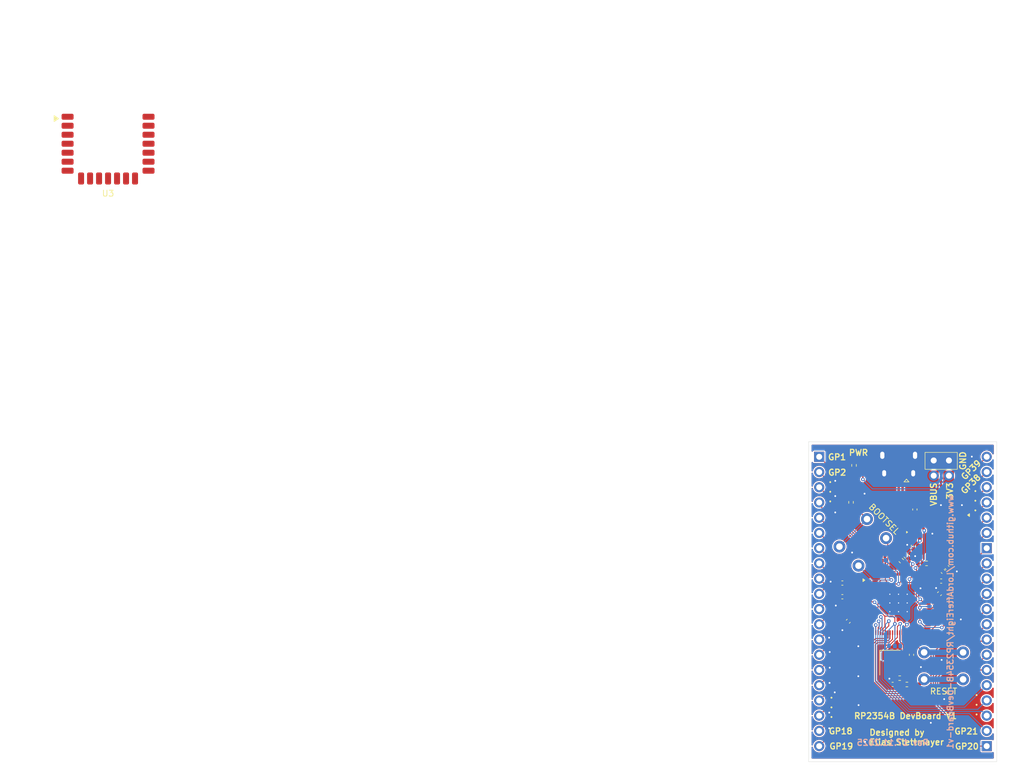
<source format=kicad_pcb>
(kicad_pcb (version 20241229) (generator "pcbnew") (generator_version "9.0")
  (layers (0 "F.Cu" signal) (2 "B.Cu" signal) (13 "F.Paste" user) (15 "B.Paste" user) (5 "F.SilkS" user "F.Silkscreen") (7 "B.SilkS" user "B.Silkscreen") (1 "F.Mask" user) (3 "B.Mask" user) (25 "Edge.Cuts" user))
  (net 0 "")
  (net 1 "GND")
  (net 2 "VBUS")
  (net 3 "+3V3")
  (net 4 "Net-(U1-VREG_AVDD)")
  (net 5 "+1V1")
  (net 6 "DATA-")
  (net 7 "DATA+")
  (net 9 "Net-(U1-VREG_LX)")
  (net 10 "Net-(U1-USB_DP)")
  (net 11 "Net-(U1-USB_DM)")
  (net 12 "Net-(BOOTSEL1-Pad1)")
  (net 13 "Net-(U1-QSPI_SS)")
  (net 15 "Net-(GPIO_0-19-Pin_10)")
  (net 16 "Net-(GPIO_0-19-Pin_14)")
  (net 17 "Net-(GPIO_0-19-Pin_19)")
  (net 18 "Net-(GPIO_0-19-Pin_3)")
  (net 19 "Net-(GPIO_0-19-Pin_6)")
  (net 20 "Net-(GPIO_0-19-Pin_2)")
  (net 21 "Net-(GPIO_0-19-Pin_20)")
  (net 22 "Net-(GPIO_0-19-Pin_9)")
  (net 23 "Net-(GPIO_0-19-Pin_16)")
  (net 24 "Net-(GPIO_0-19-Pin_1)")
  (net 25 "Net-(GPIO_0-19-Pin_4)")
  (net 26 "Net-(GPIO_0-19-Pin_7)")
  (net 27 "Net-(GPIO_0-19-Pin_5)")
  (net 28 "Net-(GPIO_0-19-Pin_8)")
  (net 30 "Net-(GPIO_0-19-Pin_13)")
  (net 31 "Net-(GPIO_0-19-Pin_15)")
  (net 32 "Net-(GPIO_0-19-Pin_17)")
  (net 33 "Net-(GPIO_0-19-Pin_12)")
  (net 35 "Net-(GPIO_0-19-Pin_18)")
  (net 36 "Net-(GPIO_0-19-Pin_11)")
  (net 37 "Net-(GPIO_20-32-Pin_10)")
  (net 38 "Net-(GPIO_20-32-Pin_12)")
  (net 39 "Net-(GPIO_20-32-Pin_5)")
  (net 40 "Net-(GPIO_20-32-Pin_13)")
  (net 41 "Net-(GPIO_20-32-Pin_8)")
  (net 42 "Net-(GPIO_20-32-Pin_9)")
  (net 43 "Net-(GPIO_20-32-Pin_6)")
  (net 44 "Net-(GPIO_20-32-Pin_7)")
  (net 45 "Net-(GPIO_20-32-Pin_11)")
  (net 46 "Net-(GPIO_20-32-Pin_3)")
  (net 47 "Net-(GPIO_20-32-Pin_1)")
  (net 48 "Net-(GPIO_20-32-Pin_4)")
  (net 49 "Net-(GPIO_20-32-Pin_2)")
  (net 50 "Net-(GPIO_33-39-Pin_6)")
  (net 53 "Net-(U1-XIN)")
  (net 54 "Net-(C17-Pad2)")
  (net 55 "Net-(GPIO_33-39-Pin_1)")
  (net 56 "Net-(GPIO_33-39-Pin_3)")
  (net 57 "Net-(GPIO_33-39-Pin_2)")
  (net 58 "Net-(GPIO_33-39-Pin_5)")
  (net 59 "Net-(GPIO_33-39-Pin_4)")
  (net 60 "Net-(GPIO_33-39-Pin_7)")
  (net 61 "Net-(PWR1-K)")
  (net 62 "Net-(R6-Pad2)")
  (net 63 "Net-(U1-XOUT)")
  (net 64 "Net-(U1-RUN)")
  (footprint "Package_TO_SOT_SMD:SOT-223-3_TabPin2" (layer "F.Cu") (at 158.0896 89.052001 -90)
    (property "Reference" "U2" (hide yes))
    (property "Value" "NCP1117-3.3_SOT223")
  )
  (footprint "Capacitor_SMD:C_0402_1005Metric_Pad0.74x0.62mm_HandSolder" (layer "F.Cu") (at 158.7921 104.3686)
    (property "Reference" "C12" (hide yes))
    (property "Value" "100nF")
  )
  (footprint "Capacitor_SMD:C_0402_1005Metric_Pad0.74x0.62mm_HandSolder" (layer "F.Cu") (at 148.9 114.17)
    (property "Reference" "C17" (hide yes))
    (property "Value" "10pF")
  )
  (footprint "Capacitor_SMD:C_0402_1005Metric_Pad0.74x0.62mm_HandSolder" (layer "F.Cu") (at 140.5128 97.2566 180)
    (property "Reference" "C10" (hide yes))
    (property "Value" "100nF")
  )
  (footprint "Capacitor_SMD:C_0402_1005Metric_Pad0.74x0.62mm_HandSolder" (layer "F.Cu") (at 157.988 94.6658 -45)
    (property "Reference" "C2" (hide yes))
    (property "Value" "10uF")
  )
  (footprint "Button_Switch_THT:SW_PUSH_6mm_H8mm" (layer "F.Cu") (at 140.027313 91.181907 45)
    (property "Reference" "BOOTSEL")
    (property "Value" "SW_Push")
  )
  (footprint "Connector_PinHeader_2.54mm:PinHeader_1x02_P2.54mm_Vertical" (layer "F.Cu") (at 158.2928 76.8096)
    (property "Reference" "VSYS1" (hide yes))
    (property "Value" "Conn_01x02_Pin")
  )
  (footprint "Inductor_SMD:L_Coilcraft_0805HQ_2012Metric" (layer "F.Cu") (at 152.5524 87.884 90)
    (property "Reference" "L1" (hide yes))
    (property "Value" "L_Small")
  )
  (footprint "Connector_USB:USB_Micro-B_Amphenol_10103594-0001LF_Horizontal" (layer "F.Cu") (at 149.8854 77.0636 180)
    (property "Reference" "J1" (hide yes))
    (property "Value" "USB_B_Micro")
  )
  (footprint "Capacitor_SMD:C_0402_1005Metric_Pad0.74x0.62mm_HandSolder" (layer "F.Cu") (at 141.5 103.63 -135)
    (property "Reference" "C9" (hide yes))
    (property "Value" "100nF")
  )
  (footprint "Capacitor_SMD:C_0402_1005Metric_Pad0.74x0.62mm_HandSolder" (layer "F.Cu") (at 156.72 99.04 45)
    (property "Reference" "C7" (hide yes))
    (property "Value" "4.7µF")
  )
  (footprint "Resistor_SMD:R_0402_1005Metric_Pad0.72x0.64mm_HandSolder" (layer "F.Cu") (at 151.18829 92.764847 135)
    (property "Reference" "R3" (hide yes))
    (property "Value" "27Ohm")
  )
  (footprint "Button_Switch_THT:SW_PUSH_6mm_H8mm" (layer "F.Cu") (at 160.6538 113.3242 180)
    (property "Reference" "RESET")
    (property "Value" "SW_Push")
  )
  (footprint "Resistor_SMD:R_0402_1005Metric_Pad0.72x0.64mm_HandSolder" (layer "F.Cu") (at 154.559 93.98 180)
    (property "Reference" "R1" (hide yes))
    (property "Value" "33Ohm")
  )
  (footprint "Capacitor_SMD:C_0402_1005Metric_Pad0.74x0.62mm_HandSolder" (layer "F.Cu") (at 157.3276 95.3262 -45)
    (property "Reference" "C3" (hide yes))
    (property "Value" "4.7µF")
  )
  (footprint "RF_Module:RMC20452T" (layer "F.Cu") (at 18.025 22.025)
    (property "Reference" "U3")
    (property "Value" "<value>")
  )
  (footprint "Connector_PinHeader_2.54mm:PinHeader_1x02_P2.54mm_Vertical" (layer "F.Cu") (at 155.7528 76.8096)
    (property "Reference" "VBUS1" (hide yes))
    (property "Value" "Conn_01x02_Pin")
  )
  (footprint "Capacitor_SMD:C_0402_1005Metric_Pad0.74x0.62mm_HandSolder" (layer "F.Cu") (at 152.61 84.99 -90)
    (property "Reference" "C1" (hide yes))
    (property "Value" "10uF")
  )
  (footprint "Resistor_SMD:R_0402_1005Metric_Pad0.72x0.64mm_HandSolder" (layer "F.Cu") (at 150.08 113.12)
    (property "Reference" "R4" (hide yes))
    (property "Value" "1kOhm")
  )
  (footprint "Capacitor_SMD:C_0402_1005Metric_Pad0.74x0.62mm_HandSolder" (layer "F.Cu") (at 152.05 109.23 -90)
    (property "Reference" "C6" (hide yes))
    (property "Value" "100nF")
  )
  (footprint "Capacitor_SMD:C_0402_1005Metric_Pad0.74x0.62mm_HandSolder" (layer "F.Cu") (at 152.3746 91.0336 90)
    (property "Reference" "C4" (hide yes))
    (property "Value" "4.7µF")
  )
  (footprint "Crystal:Crystal_SMD_Abracon_ABM8G-4Pin_3.2x2.5mm" (layer "F.Cu") (at 148.463 110.5408 -90)
    (property "Reference" "Y2" (hide yes))
    (property "Value" "12MHz")
  )
  (footprint "Resistor_SMD:R_0402_1005Metric_Pad0.72x0.64mm_HandSolder" (layer "F.Cu") (at 151.28 114.18)
    (property "Reference" "R6" (hide yes))
    (property "Value" "1kOhm")
  )
  (footprint "Package_DFN_QFN:QFN-80-1EP_10x10mm_P0.4mm_EP3.4x3.4mm_ThermalVias" (layer "F.Cu") (at 149.8854 100.5818)
    (property "Reference" "U1" (hide yes))
    (property "Value" "RP2350_80QFN")
  )
  (footprint "Resistor_SMD:R_0402_1005Metric_Pad0.72x0.64mm_HandSolder" (layer "F.Cu") (at 142.46 77.63 90)
    (property "Reference" "R7" (hide yes))
    (property "Value" "100Ohm")
  )
  (footprint "Capacitor_SMD:C_0402_1005Metric_Pad0.74x0.62mm_HandSolder" (layer "F.Cu") (at 156.9974 96.9264)
    (property "Reference" "C14" (hide yes))
    (property "Value" "100nF")
  )
  (footprint "Resistor_SMD:R_0402_1005Metric_Pad0.72x0.64mm_HandSolder" (layer "F.Cu") (at 150.3426 93.5228 135)
    (property "Reference" "R2" (hide yes))
    (property "Value" "27Ohm")
  )
  (footprint "Capacitor_SMD:C_0402_1005Metric_Pad0.74x0.62mm_HandSolder" (layer "F.Cu") (at 140.5128 99.5426 180)
    (property "Reference" "C5" (hide yes))
    (property "Value" "4.7µF")
  )
  (footprint "LED_SMD:LED_0603_1608Metric" (layer "F.Cu") (at 143.94 77.82 -90)
    (property "Reference" "PWR")
    (property "Value" "LED")
  )
  (footprint "Resistor_SMD:R_0402_1005Metric_Pad0.72x0.64mm_HandSolder" (layer "F.Cu") (at 141.9606 83.7946 -90)
    (property "Reference" "R5" (hide yes))
    (property "Value" "1kOhm")
  )
  (footprint "Capacitor_SMD:C_0402_1005Metric_Pad0.74x0.62mm_HandSolder" (layer "B.Cu") (at 149.2758 108.3564 -90)
    (property "Reference" "C11" (hide yes))
    (property "Value" "100nF")
  )
  (footprint "Capacitor_SMD:C_0402_1005Metric_Pad0.74x0.62mm_HandSolder" (layer "B.Cu") (at 155.62 101.1682)
    (property "Reference" "C15" (hide yes))
    (property "Value" "100nF")
  )
  (footprint "Capacitor_SMD:C_0402_1005Metric_Pad0.74x0.62mm_HandSolder" (layer "B.Cu") (at 148.2852 108.3223 -90)
    (property "Reference" "C16" (hide yes))
    (property "Value" "100nF")
  )
  (footprint "Capacitor_SMD:C_0402_1005Metric_Pad0.74x0.62mm_HandSolder" (layer "B.Cu") (at 150.1902 108.3564 90)
    (property "Reference" "C8" (hide yes))
    (property "Value" "10pF")
  )
  (footprint "Connector_PinHeader_2.54mm:PinHeader_1x07_P2.54mm_Vertical" (layer "B.Cu") (at 164.592 91.44)
    (property "Reference" "GPIO_33-39" (hide yes))
    (property "Value" "Conn_01x07_Pin")
  )
  (footprint "Connector_PinHeader_2.54mm:PinHeader_1x13_P2.54mm_Vertical" (layer "B.Cu") (at 164.592 124.459999)
    (property "Reference" "GPIO_20-32" (hide yes))
    (property "Value" "Conn_01x13_Pin")
  )
  (footprint "Connector_PinHeader_2.54mm:PinHeader_1x20_P2.54mm_Vertical" (layer "B.Cu") (at 136.652 76.2 180)
    (property "Reference" "GPIO_0-19" (hide yes))
    (property "Value" "Conn_01x20_Pin")
  )
  (footprint "Capacitor_SMD:C_0402_1005Metric_Pad0.74x0.62mm_HandSolder" (layer "B.Cu") (at 147.701 92.8624 90)
    (property "Reference" "C13" (hide yes))
    (property "Value" "100nF")
  )
  (gr_rect (start 154.305 75.4634) (end 159.6898 78.2828) (stroke (width 0.1)) (fill no) (layer "F.SilkS"))
  (gr_rect (start 134.874 73.6854) (end 166.2684 127.0508) (stroke (width 0.05)) (fill no) (layer "Edge.Cuts"))
  (gr_text "GP20" (at 159.2072 125.095 0) (layer "F.SilkS") (effects (font (size 1 1) (thickness 0.2) (bold yes)) (justify left bottom)))
  (gr_text "GND" (at 161.2138 78.5114 90) (layer "F.SilkS") (effects (font (size 1 1) (thickness 0.2) (bold yes)) (justify left bottom)))
  (gr_text "GP2" (at 138.049 79.4004 0) (layer "F.SilkS") (effects (font (size 1 1) (thickness 0.2) (bold yes)) (justify left bottom)))
  (gr_text "GP1" (at 138.0236 76.835 0) (layer "F.SilkS") (effects (font (size 1 1) (thickness 0.2) (bold yes)) (justify left bottom)))
  (gr_text ".\n.\n." (at 138.3284 119.7864 0) (layer "F.SilkS") (effects (font (size 1 1) (thickness 0.2) (bold yes)) (justify left bottom)))
  (gr_text ".\n.\n." (at 162.3314 85.3186 0) (layer "F.SilkS") (effects (font (size 1 1) (thickness 0.2) (bold yes)) (justify left bottom)))
  (gr_text "3V3" (at 159.0294 83.4136 90) (layer "F.SilkS") (effects (font (size 1 1) (thickness 0.2) (bold yes)) (justify left bottom)))
  (gr_text ".\n.\n." (at 138.1252 83.82 0) (layer "F.SilkS") (effects (font (size 1 1) (thickness 0.2) (bold yes)) (justify left bottom)))
  (gr_text "GP21" (at 159.1056 122.5804 0) (layer "F.SilkS") (effects (font (size 1 1) (thickness 0.2) (bold yes)) (justify left bottom)))
  (gr_text "GP39" (at 160.9344 80.2894 45) (layer "F.SilkS") (effects (font (size 1 1) (thickness 0.2) (bold yes)) (justify left bottom)))
  (gr_text "VBUS" (at 156.337 84.5312 90) (layer "F.SilkS") (effects (font (size 1 1) (thickness 0.2) (bold yes)) (justify left bottom)))
  (gr_text "RP2354B DevBoard V1" (at 142.367 120.015 0) (layer "F.SilkS") (effects (font (size 1 1) (thickness 0.2) (bold yes)) (justify left bottom)))
  (gr_text "GP38" (at 160.8836 82.6516 45) (layer "F.SilkS") (effects (font (size 1 1) (thickness 0.2) (bold yes)) (justify left bottom)))
  (gr_text "GP19" (at 138.2522 125.0696 0) (layer "F.SilkS") (effects (font (size 1 1) (thickness 0.2) (bold yes)) (justify left bottom)))
  (gr_text ".\n.\n." (at 162.5346 119.3546 0) (layer "F.SilkS") (effects (font (size 1 1) (thickness 0.2) (bold yes)) (justify left bottom)))
  (gr_text "GP18" (at 138.1506 122.555 0) (layer "F.SilkS") (effects (font (size 1 1) (thickness 0.2) (bold yes)) (justify left bottom)))
  (gr_text "Designed by\nElias Stettmayer" (at 144.92 124.38 0) (layer "F.SilkS") (effects (font (size 1 1) (thickness 0.2) (bold yes)) (justify left bottom)))
  (gr_text "Rev 17.11.2025" (at 155.02 124.47 0) (layer "B.SilkS") (effects (font (size 1 1) (thickness 0.2) (bold yes)) (justify left bottom mirror)))
  (gr_text "www.github.com/LordAfterEight/RP2354B-DevBoard-v1" (at 159.11 82.42 90) (layer "B.SilkS") (effects (font (size 1 1) (thickness 0.2)) (justify left bottom mirror)))
  (segment (start 141.088717 104.031283) (end 140.52 104.6) (width 0.2) (layer "F.Cu") (net 1))
  (segment (start 153.2854 94.103773) (end 153.2854 95.6318) (width 0.2) (layer "F.Cu") (net 1))
  (segment (start 139.9453 97.2566) (end 138.7856 97.2566) (width 0.15) (layer "F.Cu") (net 1))
  (segment (start 141.098717 104.031283) (end 141.088717 104.031283) (width 0.2) (layer "F.Cu") (net 1))
  (segment (start 151.1404 75.9486) (end 150.8704 75.6786) (width 0.15) (layer "F.Cu") (net 1))
  (segment (start 139.9453 99.5426) (end 139.9453 100.4911) (width 0.15) (layer "F.Cu") (net 1))
  (segment (start 152.6404 75.9486) (end 151.1404 75.9486) (width 1.5) (layer "F.Cu") (net 1))
  (segment (start 140.52 104.6) (end 140.52 105.12) (width 0.2) (layer "F.Cu") (net 1))
  (segment (start 138.7856 97.2566) (end 138.557 97.028) (width 0.15) (layer "F.Cu") (net 1))
  (segment (start 139.9453 100.4911) (end 139.4206 101.0158) (width 0.15) (layer "F.Cu") (net 1))
  (via (at 138.303 106.3752) (size 0.6) (drill 0.3) (layers "F.Cu" "B.Cu") (net 1))
  (via (at 162.11 76.17) (size 0.6) (drill 0.3) (layers "F.Cu" "B.Cu") (net 1))
  (via (at 142.14 92.17) (size 0.6) (drill 0.3) (layers "F.Cu" "B.Cu") (net 1))
  (via (at 159.61 95.32) (size 0.6) (drill 0.3) (layers "F.Cu" "B.Cu") (net 1))
  (via (at 139.4206 101.0158) (size 0.6) (drill 0.3) (layers "F.Cu" "B.Cu") (net 1))
  (via (at 156.15 98.09) (size 0.6) (drill 0.3) (layers "F.Cu" "B.Cu") (net 1))
  (via (at 140.52 105.12) (size 0.6) (drill 0.3) (layers "F.Cu" "B.Cu") (net 1))
  (via (at 139.2428 115.4938) (size 0.6) (drill 0.3) (layers "F.Cu" "B.Cu") (net 1))
  (via (at 155.2702 120.5738) (size 0.6) (drill 0.3) (layers "F.Cu" "B.Cu") (net 1))
  (via (at 138.557 97.028) (size 0.6) (drill 0.3) (layers "F.Cu" "B.Cu") (net 1))
  (via (at 138.3792 113.919) (size 0.6) (drill 0.3) (layers "F.Cu" "B.Cu") (net 1))
  (via (at 156.96 84.26) (size 0.6) (drill 0.3) (layers "F.Cu" "B.Cu") (net 1))
  (via (at 138.4046 111.379) (size 0.6) (drill 0.3) (layers "F.Cu" "B.Cu") (net 1))
  (via (at 153.55 98.14) (size 0.6) (drill 0.3) (layers "F.Cu" "B.Cu") (net 1))
  (via (at 143.1798 112.8014) (size 0.6) (drill 0.3) (layers "F.Cu" "B.Cu") (net 1))
  (via (at 139.33 85.48) (size 0.6) (drill 0.3) (layers "F.Cu" "B.Cu") (net 1))
  (via (at 152.66 92.77) (size 0.6) (drill 0.3) (layers "F.Cu" "B.Cu") (net 1))
  (via (at 151.3332 90.8812) (size 0.6) (drill 0.3) (layers "F.Cu" "B.Cu") (net 1))
  (via (at 139.33 82.75) (size 0.6) (drill 0.3) (layers "F.Cu" "B.Cu") (net 1))
  (via (at 157.5 116.62) (size 0.6) (drill 0.3) (layers "F.Cu" "B.Cu") (net 1))
  (via (at 144.31 123.74) (size 0.6) (drill 0.3) (layers "F.Cu" "B.Cu") (net 1))
  (via (at 143.1798 107.7976) (size 0.6) (drill 0.3) (layers "F.Cu" "B.Cu") (net 1))
  (via (at 138.3284 121.4882) (size 0.6) (drill 0.3) (layers "F.Cu" "B.Cu") (net 1))
  (via (at 138.4046 108.7628) (size 0.6) (drill 0.3) (layers "F.Cu" "B.Cu") (net 1))
  (via (at 160.46 84.26) (size 0.6) (drill 0.3) (layers "F.Cu" "B.Cu") (net 1))
  (via (at 143.22 117.62) (size 0.6) (drill 0.3) (layers "F.Cu" "B.Cu") (net 1))
  (via (at 160.274 103.3272) (size 0.6) (drill 0.3) (layers "F.Cu" "B.Cu") (net 1))
  (via (at 144.22 82.35) (size 0.6) (drill 0.3) (layers "F.Cu" "B.Cu") (net 1))
  (via (at 148.3614 113.2078) (size 0.6) (drill 0.3) (layers "F.Cu" "B.Cu") (net 1))
  (via (at 155.53 89.02) (size 0.6) (drill 0.3) (layers "F.Cu" "B.Cu") (net 1))
  (via (at 157.0736 110.0836) (size 0.6) (drill 0.3) (layers "F.Cu" "B.Cu") (net 1))
  (via (at 139.33 80.21) (size 0.6) (drill 0.3) (layers "F.Cu" "B.Cu") (net 1))
  (via (at 138.3284 118.872) (size 0.6) (drill 0.3) (layers "F.Cu" "B.Cu") (net 1))
  (via (at 153.6192 111.2774) (size 0.6) (drill 0.3) (layers "F.Cu" "B.Cu") (net 1))
  (segment (start 147.2854 104.864365) (end 147.5994 104.550365) (width 0.15) (layer "F.Cu") (net 3))
  (segment (start 144.9354 98.3818) (end 146.4488 98.3818) (width 0.15) (layer "F.Cu") (net 3))
  (segment (start 146.674498 101.854) (end 146.4564 101.854) (width 0.15) (layer "F.Cu") (net 3))
  (segment (start 146.4564 101.854) (end 146.4564 98.3742) (width 0.15) (layer "F.Cu") (net 3))
  (segment (start 147.5994 102.778902) (end 148.930702 102.778902) (width 0.15) (layer "F.Cu") (net 3))
  (segment (start 154.8354 100.7818) (end 153.4468 100.7818) (width 0.15) (layer "F.Cu") (net 3))
  (segment (start 153.4414 100.7872) (end 152.8572 100.203) (width 0.15) (layer "F.Cu") (net 3))
  (segment (start 150.4854 95.6318) (end 150.4854 96.7644) (width 0.15) (layer "F.Cu") (net 3))
  (segment (start 144.920717 102.367117) (end 144.9354 102.3818) (width 0.15) (layer "F.Cu") (net 3))
  (segment (start 147.2854 105.5318) (end 147.2854 104.864365) (width 0.15) (layer "F.Cu") (net 3))
  (segment (start 152.4854 95.6318) (end 152.4854 96.7656) (width 0.15) (layer "F.Cu") (net 3))
  (segment (start 146.4564 98.3742) (end 146.4564 97.282) (width 0.15) (layer "F.Cu") (net 3))
  (segment (start 150.876 96.7818) (end 151.2746 97.1804) (width 0.15) (layer "F.Cu") (net 3))
  (segment (start 144.9354 102.3818) (end 145.9286 102.3818) (width 0.15) (layer "F.Cu") (net 3))
  (segment (start 144.9354 98.3818) (end 143.277388 98.3818) (width 0.15) (layer "F.Cu") (net 3))
  (segment (start 152.103 97.1804) (end 152.5016 96.7818) (width 0.15) (layer "F.Cu") (net 3))
  (segment (start 143.277388 98.3818) (end 142.152188 97.2566) (width 0.15) (layer "F.Cu") (net 3))
  (segment (start 157.404174 104.3686) (end 157.099187 104.673587) (width 0.15) (layer "F.Cu") (net 3))
  (segment (start 146.4564 97.282) (end 146.9644 96.774) (width 0.15) (layer "F.Cu") (net 3))
  (segment (start 149.2854 104.1558) (end 149.2854 105.5318) (width 0.15) (layer "F.Cu") (net 3))
  (segment (start 143.94 79.96) (end 143.94 78.607501) (width 0.2) (layer "F.Cu") (net 3))
  (segment (start 152.4854 96.7656) (end 152.5016 96.7818) (width 0.15) (layer "F.Cu") (net 3))
  (segment (start 154.115 104.3818) (end 153.4414 103.7082) (width 0.15) (layer "F.Cu") (net 3))
  (segment (start 152.5016 96.7818) (end 152.8572 96.7818) (width 0.15) (layer "F.Cu") (net 3))
  (segment (start 145.9286 102.3818) (end 146.4564 101.854) (width 0.15) (layer "F.Cu") (net 3))
  (segment (start 144.9298 102.3874) (end 144.9354 102.3818) (width 0.15) (layer "F.Cu") (net 3))
  (segment (start 149.2758 104.0638) (end 149.2758 104.1462) (width 0.15) (layer "F.Cu") (net 3))
  (segment (start 146.4488 98.3818) (end 146.4564 98.3742) (width 0.15) (layer "F.Cu") (net 3))
  (segment (start 148.336 97.409) (end 149.8756 97.409) (width 0.15) (layer "F.Cu") (net 3))
  (segment (start 151.2746 97.1804) (end 152.103 97.1804) (width 0.15) (layer "F.Cu") (net 3))
  (segment (start 150.5028 96.7818) (end 150.876 96.7818) (width 0.15) (layer "F.Cu") (net 3))
  (segment (start 153.4414 103.7082) (end 153.4414 100.7872) (width 0.15) (layer "F.Cu") (net 3))
  (segment (start 147.5994 104.550365) (end 147.5994 102.778902) (width 0.15) (layer "F.Cu") (net 3))
  (segment (start 148.930702 102.778902) (end 149.2758 103.124) (width 0.15) (layer "F.Cu") (net 3))
  (segment (start 153.4468 100.7818) (end 153.4414 100.7872) (width 0.15) (layer "F.Cu") (net 3))
  (segment (start 150.4854 96.7644) (end 150.5028 96.7818) (width 0.15) (layer "F.Cu") (net 3))
  (segment (start 142.7482 102.3818) (end 143.2957 102.3818) (width 0.15) (layer "F.Cu") (net 3))
  (segment (start 158.2246 104.3686) (end 157.404174 104.3686) (width 0.15) (layer "F.Cu") (net 3))
  (segment (start 149.8756 97.409) (end 150.5028 96.7818) (width 0.15) (layer "F.Cu") (net 3))
  (segment (start 149.2758 103.124) (end 149.2758 104.0638) (width 0.15) (layer "F.Cu") (net 3))
  (segment (start 141.901283 103.228717) (end 142.7482 102.3818) (width 0.15) (layer "F.Cu") (net 3))
  (segment (start 146.9644 96.774) (end 147.6698 96.774) (width 0.15) (layer "F.Cu") (net 3))
  (segment (start 152.8572 96.7818) (end 154.8354 96.7818) (width 0.15) (layer "F.Cu") (net 3))
  (segment (start 152.8572 100.203) (end 152.8572 96.7818) (width 0.15) (layer "F.Cu") (net 3))
  (segment (start 154.8354 104.3818) (end 154.115 104.3818) (width 0.15) (layer "F.Cu") (net 3))
  (segment (start 150.8854 96.7724) (end 150.876 96.7818) (width 0.15) (layer "F.Cu") (net 3))
  (segment (start 147.6854 96.7584) (end 148.336 97.409) (width 0.15) (layer "F.Cu") (net 3))
  (segment (start 147.6854 95.6318) (end 147.6854 96.7584) (width 0.15) (layer "F.Cu") (net 3))
  (segment (start 142.152188 97.2566) (end 141.0803 97.2566) (width 0.15) (layer "F.Cu") (net 3))
  (segment (start 149.2758 104.1462) (end 149.2854 104.1558) (width 0.15) (layer "F.Cu") (net 3))
  (segment (start 150.8854 95.6318) (end 150.8854 96.7724) (width 0.15) (layer "F.Cu") (net 3))
  (segment (start 144.9354 102.3818) (end 143.2957 102.3818) (width 0.15) (layer "F.Cu") (net 3))
  (segment (start 147.5994 102.778902) (end 146.674498 101.854) (width 0.15) (layer "F.Cu") (net 3))
  (segment (start 147.6698 96.774) (end 147.6854 96.7584) (width 0.15) (layer "F.Cu") (net 3))
  (via (at 149.2758 104.0638) (size 0.6) (drill 0.3) (layers "F.Cu" "B.Cu") (net 3))
  (via (at 157.099187 104.673587) (size 0.6) (drill 0.3) (layers "F.Cu" "B.Cu") (net 3))
  (via (at 143.94 79.96) (size 0.6) (drill 0.3) (layers "F.Cu" "B.Cu") (net 3))
  (via (at 153.4414 103.7082) (size 0.6) (drill 0.3) (layers "F.Cu" "B.Cu") (net 3))
  (via (at 149.8756 97.409) (size 0.6) (drill 0.3) (layers "F.Cu" "B.Cu") (net 3))
  (via (at 153.4414 101.3714) (size 0.6) (drill 0.3) (layers "F.Cu" "B.Cu") (net 3))
  (segment (start 149.2758 104.0638) (end 149.2758 107.7889) (width 0.15) (layer "B.Cu") (net 3))
  (segment (start 156.0924 81.55) (end 158.2928 79.3496) (width 0.2) (layer "B.Cu") (net 3))
  (segment (start 155.0525 101.1682) (end 153.6446 101.1682) (width 0.15) (layer "B.Cu") (net 3))
  (segment (start 145.53 81.55) (end 156.0924 81.55) (width 0.2) (layer "B.Cu") (net 3))
  (segment (start 143.94 79.96) (end 145.53 81.55) (width 0.2) (layer "B.Cu") (net 3))
  (segment (start 157.099187 104.673587) (end 154.406787 104.673587) (width 0.15) (layer "B.Cu") (net 3))
  (segment (start 149.8756 95.6045) (end 147.701 93.4299) (width 0.15) (layer "B.Cu") (net 3))
  (segment (start 154.406787 104.673587) (end 153.4414 103.7082) (width 0.15) (layer "B.Cu") (net 3))
  (segment (start 149.8756 97.409) (end 149.8756 95.6045) (width 0.15) (layer "B.Cu") (net 3))
  (segment (start 153.6446 101.1682) (end 153.4414 101.3714) (width 0.15) (layer "B.Cu") (net 3))
  (segment (start 148.2852 107.7548) (end 148.2852 105.0544) (width 0.15) (layer "B.Cu") (net 3))
  (segment (start 148.2852 105.0544) (end 149.2758 104.0638) (width 0.15) (layer "B.Cu") (net 3))
  (segment (start 153.6854 95.6318) (end 153.6854 92.6579) (width 0.15) (layer "F.Cu") (net 4))
  (segment (start 152.6286 91.6011) (end 152.3746 91.6011) (width 0.15) (layer "F.Cu") (net 4))
  (segment (start 153.6854 92.6579) (end 152.6286 91.6011) (width 0.15) (layer "F.Cu") (net 4))
  (segment (start 141.9195 100.3818) (end 141.0803 99.5426) (width 0.15) (layer "F.Cu") (net 5))
  (segment (start 144.9354 100.3818) (end 141.9195 100.3818) (width 0.15) (layer "F.Cu") (net 5))
  (segment (start 155.3782 100.3818) (end 156.318717 99.441283) (width 0.15) (layer "F.Cu") (net 5))
  (segment (start 152.0854 96.2342) (end 151.7142 96.6054) (width 0.15) (layer "F.Cu") (net 5))
  (segment (start 152.1714 108.520411) (end 150.4854 106.834412) (width 0.15) (layer "F.Cu") (net 5))
  (segment (start 144.9354 100.3818) (end 145.8062 100.3818) (width 0.15) (layer "F.Cu") (net 5))
  (segment (start 152.0854 95.6318) (end 152.0854 96.2342) (width 0.15) (layer "F.Cu") (net 5))
  (segment (start 145.8062 100.3818) (end 145.8814 100.457) (width 0.15) (layer "F.Cu") (net 5))
  (segment (start 144.9344 100.3808) (end 144.9354 100.3818) (width 0.15) (layer "F.Cu") (net 5))
  (segment (start 150.4854 104.9878) (end 150.4854 105.5318) (width 0.15) (layer "F.Cu") (net 5))
  (segment (start 154.8354 100.3818) (end 153.925 100.3818) (width 0.15) (layer "F.Cu") (net 5))
  (segment (start 152.5524 88.9508) (end 152.5524 88.774) (width 0.15) (layer "F.Cu") (net 5))
  (segment (start 152.9588 88.4428) (end 152.5524 88.4428) (width 0.15) (layer "F.Cu") (net 5))
  (segment (start 151.2824 104.1908) (end 150.4854 104.9878) (width 0.15) (layer "F.Cu") (net 5))
  (segment (start 152.1714 108.6779) (end 152.1714 108.520411) (width 0.15) (layer "F.Cu") (net 5))
  (segment (start 152.0854 94.265522) (end 152.0854 95.6318) (width 0.15) (layer "F.Cu") (net 5))
  (segment (start 154.8354 100.3818) (end 155.3782 100.3818) (width 0.15) (layer "F.Cu") (net 5))
  (segment (start 152.260399 94.090523) (end 152.0854 94.265522) (width 0.15) (layer "F.Cu") (net 5))
  (segment (start 153.925 100.3818) (end 153.5176 99.9744) (width 0.15) (layer "F.Cu") (net 5))
  (segment (start 150.4854 106.834412) (end 150.4854 105.5318) (width 0.15) (layer "F.Cu") (net 5))
  (via (at 151.7142 96.6054) (size 0.6) (drill 0.3) (layers "F.Cu" "B.Cu") (net 5))
  (via (at 152.260399 94.090523) (size 0.6) (drill 0.3) (layers "F.Cu" "B.Cu") (net 5))
  (via (at 145.8814 100.457) (size 0.6) (drill 0.3) (layers "F.Cu" "B.Cu") (net 5))
  (via (at 153.5176 99.9744) (size 0.6) (drill 0.3) (layers "F.Cu" "B.Cu") (net 5))
  (via (at 153.4414 90.1954) (size 0.6) (drill 0.3) (layers "F.Cu" "B.Cu") (net 5))
  (via (at 151.2824 104.1908) (size 0.6) (drill 0.3) (layers "F.Cu" "B.Cu") (net 5))
  (segment (start 151.7142 98.171) (end 153.5176 99.9744) (width 0.15) (layer "B.Cu") (net 5))
  (segment (start 151.511 93.341124) (end 152.260399 94.090523) (width 0.15) (layer "B.Cu") (net 5))
  (segment (start 148.3198 102.8954) (end 149.987 102.8954) (width 0.15) (layer "B.Cu") (net 5))
  (segment (start 153.5176 99.9744) (end 152.146 101.346) (width 0.15) (layer "B.Cu") (net 5))
  (segment (start 153.4414 90.2208) (end 151.511 92.1512) (width 0.15) (layer "B.Cu") (net 5))
  (segment (start 151.7142 96.6054) (end 151.7142 98.171) (width 0.15) (layer "B.Cu") (net 5))
  (segment (start 152.146 101.346) (end 152.146 103.3272) (width 0.15) (layer "B.Cu") (net 5))
  (segment (start 145.8814 100.457) (end 148.3198 102.8954) (width 0.15) (layer "B.Cu") (net 5))
  (segment (start 152.146 103.3272) (end 151.2824 104.1908) (width 0.15) (layer "B.Cu") (net 5))
  (segment (start 153.4414 90.1954) (end 153.4414 90.2208) (width 0.15) (layer "B.Cu") (net 5))
  (segment (start 149.987 102.8954) (end 151.2824 104.1908) (width 0.15) (layer "B.Cu") (net 5))
  (segment (start 151.511 92.1512) (end 151.511 93.341124) (width 0.15) (layer "B.Cu") (net 5))
  (segment (start 150.560401 92.136958) (end 150.560401 78.8286) (width 0.4) (layer "F.Cu") (net 6))
  (segment (start 150.765794 92.342351) (end 150.560401 92.136958) (width 0.4) (layer "F.Cu") (net 6))
  (segment (start 149.9104 93.0906) (end 149.920104 93.100304) (width 0.15) (layer "F.Cu") (net 7))
  (segment (start 149.9104 78.8286) (end 149.9104 93.0906) (width 0.4) (layer "F.Cu") (net 7))
  (segment (start 154.178 88.4936) (end 154.178 88.2396) (width 0.15) (layer "F.Cu") (net 9))
  (segment (start 152.9324 86.994) (end 152.5524 86.994) (width 0.15) (layer "F.Cu") (net 9))
  (segment (start 152.9314 86.6628) (end 152.5524 86.6628) (width 0.15) (layer "F.Cu") (net 9))
  (segment (start 152.8854 95.6318) (end 152.8854 94.926959) (width 0.15) (layer "F.Cu") (net 9))
  (segment (start 152.8854 94.926959) (end 152.7104 94.751959) (width 0.15) (layer "F.Cu") (net 9))
  (segment (start 154.178 88.2396) (end 152.9324 86.994) (width 0.3) (layer "F.Cu") (net 9))
  (via (at 152.7104 94.751959) (size 0.6) (drill 0.3) (layers "F.Cu" "B.Cu") (net 9))
  (via (at 154.178 88.4936) (size 0.6) (drill 0.3) (layers "F.Cu" "B.Cu") (net 9))
  (segment (start 154.178 93.284359) (end 154.178 88.4936) (width 0.15) (layer "B.Cu") (net 9))
  (segment (start 152.7104 94.751959) (end 154.178 93.284359) (width 0.15) (layer "B.Cu") (net 9))
  (segment (start 151.2854 95.6318) (end 151.2854 94.4656) (width 0.15) (layer "F.Cu") (net 10))
  (segment (start 151.2854 94.4656) (end 150.765096 93.945296) (width 0.15) (layer "F.Cu") (net 10))
  (segment (start 151.6854 95.6318) (end 151.6854 93.261957) (width 0.15) (layer "F.Cu") (net 11))
  (segment (start 151.6854 93.261957) (end 151.610786 93.187343) (width 0.15) (layer "F.Cu") (net 11))
  (segment (start 142.429894 84.3921) (end 141.9606 84.3921) (width 0.15) (layer "F.Cu") (net 12))
  (segment (start 144.623507 86.585713) (end 142.429894 84.3921) (width 0.15) (layer "F.Cu") (net 12))
  (segment (start 140.027313 91.181907) (end 144.623507 86.585713) (width 0.15) (layer "B.Cu") (net 12))
  (segment (start 148.0854 95.6318) (end 148.0854 90.047605) (width 0.15) (layer "F.Cu") (net 13))
  (segment (start 148.0854 95.6318) (end 148.0854 96.1424) (width 0.15) (layer "F.Cu") (net 13))
  (segment (start 148.0854 90.047605) (end 147.805488 89.767693) (width 0.15) (layer "F.Cu") (net 13))
  (segment (start 148.0854 96.1424) (end 148.6916 96.7486) (width 0.15) (layer "F.Cu") (net 13))
  (via (at 148.6916 96.7486) (size 0.6) (drill 0.3) (layers "F.Cu" "B.Cu") (net 13))
  (segment (start 148.6916 96.7486) (end 145.594006 96.7486) (width 0.15) (layer "B.Cu") (net 13))
  (segment (start 145.594006 96.7486) (end 143.209294 94.363888) (width 0.15) (layer "B.Cu") (net 13))
  (segment (start 137.4902 98.2218) (end 142.113 98.2218) (width 0.15) (layer "F.Cu") (net 15))
  (segment (start 142.113 98.2218) (end 143.073 99.1818) (width 0.15) (layer "F.Cu") (net 15))
  (segment (start 136.652 99.06) (end 136.6964 99.1044) (width 0.15) (layer "F.Cu") (net 15))
  (segment (start 136.652 99.06) (end 137.4902 98.2218) (width 0.15) (layer "F.Cu") (net 15))
  (segment (start 144.9114 99.1578) (end 144.9354 99.1818) (width 0.15) (layer "F.Cu") (net 15))
  (segment (start 143.073 99.1818) (end 144.9354 99.1818) (width 0.15) (layer "F.Cu") (net 15))
  (segment (start 144.1332 101.1818) (end 144.9354 101.1818) (width 0.15) (layer "F.Cu") (net 16))
  (segment (start 138.938 103.4034) (end 141.2494 101.092) (width 0.15) (layer "F.Cu") (net 16))
  (segment (start 138.938 106.934) (end 138.938 103.4034) (width 0.15) (layer "F.Cu") (net 16))
  (segment (start 144.0434 101.092) (end 144.1332 101.1818) (width 0.15) (layer "F.Cu") (net 16))
  (segment (start 136.652 109.22) (end 138.938 106.934) (width 0.15) (layer "F.Cu") (net 16))
  (segment (start 144.9354 101.1818) (end 144.9114 101.2058) (width 0.15) (layer "F.Cu") (net 16))
  (segment (start 141.2494 101.092) (end 144.0434 101.092) (width 0.15) (layer "F.Cu") (net 16))
  (segment (start 140.8938 106.859399) (end 140.8938 117.6782) (width 0.15) (layer "F.Cu") (net 17))
  (segment (start 144.171399 103.5818) (end 140.8938 106.859399) (width 0.15) (layer "F.Cu") (net 17))
  (segment (start 140.8938 117.6782) (end 136.652 121.92) (width 0.15) (layer "F.Cu") (net 17))
  (segment (start 144.9354 103.5818) (end 144.171399 103.5818) (width 0.15) (layer "F.Cu") (net 17))
  (segment (start 140.5128 85.1408) (end 136.652 81.28) (width 0.15) (layer "F.Cu") (net 18))
  (segment (start 146.4854 93.563412) (end 140.5128 87.590812) (width 0.15) (layer "F.Cu") (net 18))
  (segment (start 146.4854 95.6318) (end 146.4854 93.563412) (width 0.15) (layer "F.Cu") (net 18))
  (segment (start 140.5128 87.590812) (end 140.5128 85.1408) (width 0.15) (layer "F.Cu") (net 18))
  (segment (start 138.0236 90.2716) (end 136.652 88.9) (width 0.15) (layer "F.Cu") (net 19))
  (segment (start 138.7048 92.934) (end 138.0236 92.2528) (width 0.15) (layer "F.Cu") (net 19))
  (segment (start 142.345952 95.9612) (end 139.625976 95.9612) (width 0.15) (layer "F.Cu") (net 19))
  (segment (start 139.625976 95.9612) (end 138.7048 95.040024) (width 0.15) (layer "F.Cu") (net 19))
  (segment (start 144.9354 97.1818) (end 143.566552 97.1818) (width 0.15) (layer "F.Cu") (net 19))
  (segment (start 143.566552 97.1818) (end 142.345952 95.9612) (width 0.15) (layer "F.Cu") (net 19))
  (segment (start 138.7048 95.040024) (end 138.7048 92.934) (width 0.15) (layer "F.Cu") (net 19))
  (segment (start 138.0236 92.2528) (end 138.0236 90.2716) (width 0.15) (layer "F.Cu") (net 19))
  (segment (start 140.9192 83.0072) (end 136.652 78.74) (width 0.15) (layer "F.Cu") (net 20))
  (segment (start 146.8854 95.6318) (end 146.8854 93.4311) (width 0.15) (layer "F.Cu") (net 20))
  (segment (start 140.9192 87.4649) (end 140.9192 83.0072) (width 0.15) (layer "F.Cu") (net 20))
  (segment (start 146.8854 93.4311) (end 140.9192 87.4649) (width 0.15) (layer "F.Cu") (net 20))
  (segment (start 144.9354 103.9818) (end 144.267788 103.9818) (width 0.15) (layer "F.Cu") (net 21))
  (segment (start 144.267788 103.9818) (end 141.2748 106.974788) (width 0.15) (layer "F.Cu") (net 21))
  (segment (start 141.2748 119.8372) (end 136.652 124.46) (width 0.15) (layer "F.Cu") (net 21))
  (segment (start 141.2748 106.974788) (end 141.2748 119.8372) (width 0.15) (layer "F.Cu") (net 21))
  (segment (start 142.258494 97.859294) (end 143.181 98.7818) (width 0.15) (layer "F.Cu") (net 22))
  (segment (start 137.991294 97.859294) (end 142.258494 97.859294) (width 0.15) (layer "F.Cu") (net 22))
  (segment (start 144.9114 98.7578) (end 144.9354 98.7818) (width 0.15) (layer "F.Cu") (net 22))
  (segment (start 136.652 96.52) (end 137.991294 97.859294) (width 0.15) (layer "F.Cu") (net 22))
  (segment (start 143.181 98.7818) (end 144.9354 98.7818) (width 0.15) (layer "F.Cu") (net 22))
  (segment (start 144.9354 101.9818) (end 144.9114 102.0058) (width 0.15) (layer "F.Cu") (net 23))
  (segment (start 143.736222 101.8014) (end 141.7084 101.8014) (width 0.15) (layer "F.Cu") (net 23))
  (segment (start 144.9354 101.9818) (end 143.916622 101.9818) (width 0.15) (layer "F.Cu") (net 23))
  (segment (start 139.7254 103.7844) (end 139.7254 111.2266) (width 0.15) (layer "F.Cu") (net 23))
  (segment (start 139.7254 111.2266) (end 136.652 114.3) (width 0.15) (layer "F.Cu") (net 23))
  (segment (start 143.916622 101.9818) (end 143.736222 101.8014) (width 0.15) (layer "F.Cu") (net 23))
  (segment (start 141.7084 101.8014) (end 139.7254 103.7844) (width 0.15) (layer "F.Cu") (net 23))
  (segment (start 141.3256 80.8736) (end 136.652 76.2) (width 0.15) (layer "F.Cu") (net 24))
  (segment (start 147.2854 95.6318) (end 147.2854 93.323106) (width 0.15) (layer "F.Cu") (net 24))
  (segment (start 147.2854 93.323106) (end 141.3256 87.363306) (width 0.15) (layer "F.Cu") (net 24))
  (segment (start 141.3256 87.363306) (end 141.3256 80.8736) (width 0.15) (layer "F.Cu") (net 24))
  (segment (start 136.652 84.2264) (end 136.652 83.82) (width 0.15) (layer "F.Cu") (net 25))
  (segment (start 146.0854 93.6598) (end 136.652 84.2264) (width 0.15) (layer "F.Cu") (net 25))
  (segment (start 146.0854 95.6318) (end 146.0854 93.6598) (width 0.15) (layer "F.Cu") (net 25))
  (segment (start 142.205164 96.3168) (end 139.485188 96.3168) (width 0.15) (layer "F.Cu") (net 26))
  (segment (start 138.2776 95.109212) (end 138.2776 93.0656) (width 0.15) (layer "F.Cu") (net 26))
  (segment (start 139.485188 96.3168) (end 138.2776 95.109212) (width 0.15) (layer "F.Cu") (net 26))
  (segment (start 144.9354 97.5818) (end 143.470164 97.5818) (width 0.15) (layer "F.Cu") (net 26))
  (segment (start 143.470164 97.5818) (end 142.205164 96.3168) (width 0.15) (layer "F.Cu") (net 26))
  (segment (start 138.2776 93.0656) (end 136.652 91.44) (width 0.15) (layer "F.Cu") (net 26))
  (segment (start 143.66294 96.7818) (end 142.49134 95.6102) (width 0.15) (layer "F.Cu") (net 27))
  (segment (start 139.162 95.000836) (end 139.162 92.807) (width 0.15) (layer "F.Cu") (net 27))
  (segment (start 139.162 92.807) (end 138.43 92.075) (width 0.15) (layer "F.Cu") (net 27))
  (segment (start 144.9354 96.7818) (end 143.66294 96.7818) (width 0.15) (layer "F.Cu") (net 27))
  (segment (start 139.771364 95.6102) (end 139.162 95.000836) (width 0.15) (layer "F.Cu") (net 27))
  (segment (start 138.43 92.075) (end 138.43 88.138) (width 0.15) (layer "F.Cu") (net 27))
  (segment (start 142.49134 95.6102) (end 139.771364 95.6102) (width 0.15) (layer "F.Cu") (net 27))
  (segment (start 138.43 88.138) (end 136.652 86.36) (width 0.15) (layer "F.Cu") (net 27))
  (segment (start 143.373776 97.9818) (end 142.062576 96.6706) (width 0.15) (layer "F.Cu") (net 28))
  (segment (start 139.3426 96.6706) (end 136.652 93.98) (width 0.15) (layer "F.Cu") (net 28))
  (segment (start 144.9354 97.9818) (end 143.373776 97.9818) (width 0.15) (layer "F.Cu") (net 28))
  (segment (start 142.062576 96.6706) (end 139.3426 96.6706) (width 0.15) (layer "F.Cu") (net 28))
  (segment (start 144.229588 100.7818) (end 144.9354 100.7818) (width 0.15) (layer "F.Cu") (net 30))
  (segment (start 138.557 103.225602) (end 141.041602 100.741) (width 0.15) (layer "F.Cu") (net 30))
  (segment (start 138.557 104.775) (end 138.557 103.225602) (width 0.15) (layer "F.Cu") (net 30))
  (segment (start 141.041602 100.741) (end 144.188789 100.741) (width 0.15) (layer "F.Cu") (net 30))
  (segment (start 136.652 106.68) (end 138.557 104.775) (width 0.15) (layer "F.Cu") (net 30))
  (segment (start 144.9114 100.8058) (end 144.9354 100.7818) (width 0.15) (layer "F.Cu") (net 30))
  (segment (start 144.188789 100.741) (end 144.229588 100.7818) (width 0.15) (layer "F.Cu") (net 30))
  (segment (start 144.9354 101.5818) (end 144.01301 101.5818) (width 0.15) (layer "F.Cu") (net 31))
  (segment (start 139.3444 103.581202) (end 139.3444 109.0676) (width 0.15) (layer "F.Cu") (net 31))
  (segment (start 141.475202 101.4504) (end 139.3444 103.581202) (width 0.15) (layer "F.Cu") (net 31))
  (segment (start 144.01301 101.5818) (end 143.88161 101.4504) (width 0.15) (layer "F.Cu") (net 31))
  (segment (start 144.9354 101.5818) (end 144.9114 101.6058) (width 0.15) (layer "F.Cu") (net 31))
  (segment (start 143.88161 101.4504) (end 141.475202 101.4504) (width 0.15) (layer "F.Cu") (net 31))
  (segment (start 139.3444 109.0676) (end 136.652 111.76) (width 0.15) (layer "F.Cu") (net 31))
  (segment (start 140.1064 106.654022) (end 140.1064 113.3856) (width 0.15) (layer "F.Cu") (net 32))
  (segment (start 140.1064 113.3856) (end 136.652 116.84) (width 0.15) (layer "F.Cu") (net 32))
  (segment (start 143.978622 102.7818) (end 140.1064 106.654022) (width 0.15) (layer "F.Cu") (net 32))
  (segment (start 144.9354 102.7818) (end 143.978622 102.7818) (width 0.15) (layer "F.Cu") (net 32))
  (segment (start 141.801306 98.939894) (end 139.235906 98.939894) (width 0.15) (layer "F.Cu") (net 33))
  (segment (start 137.1092 104.14) (end 136.652 104.14) (width 0.15) (layer "F.Cu") (net 33))
  (segment (start 139.235906 98.939894) (end 138.43 99.7458) (width 0.15) (layer "F.Cu") (net 33))
  (segment (start 138.43 99.7458) (end 138.43 102.362) (width 0.15) (layer "F.Cu") (net 33))
  (segment (start 138.43 102.362) (end 136.652 104.14) (width 0.15) (layer "F.Cu") (net 33))
  (segment (start 144.9354 99.9818) (end 142.843211 99.9818) (width 0.15) (layer "F.Cu") (net 33))
  (segment (start 142.843211 99.9818) (end 141.801306 98.939894) (width 0.15) (layer "F.Cu") (net 33))
  (segment (start 144.075011 103.1818) (end 140.5128 106.744011) (width 0.15) (layer "F.Cu") (net 35))
  (segment (start 140.5128 106.744011) (end 140.5128 115.5192) (width 0.15) (layer "F.Cu") (net 35))
  (segment (start 144.9354 103.1818) (end 144.075011 103.1818) (width 0.15) (layer "F.Cu") (net 35))
  (segment (start 140.5128 115.5192) (end 136.652 119.38) (width 0.15) (layer "F.Cu") (net 35))
  (segment (start 144.9354 99.5818) (end 142.9396 99.5818) (width 0.15) (layer "F.Cu") (net 36))
  (segment (start 138.06 99.5824) (end 138.06 100.192) (width 0.15) (layer "F.Cu") (net 36))
  (segment (start 142.9396 99.5818) (end 141.9306 98.5728) (width 0.15) (layer "F.Cu") (net 36))
  (segment (start 138.06 100.192) (end 136.652 101.6) (width 0.15) (layer "F.Cu") (net 36))
  (segment (start 139.0696 98.5728) (end 138.06 99.5824) (width 0.15) (layer "F.Cu") (net 36))
  (segment (start 141.9306 98.5728) (end 139.0696 98.5728) (width 0.15) (layer "F.Cu") (net 36))
  (segment (start 153.1966 106.964) (end 156.561612 106.964) (width 0.15) (layer "F.Cu") (net 37))
  (segment (start 163.1696 105.0404) (end 163.1696 103.022399) (width 0.15) (layer "F.Cu") (net 37))
  (segment (start 156.561612 106.964) (end 157.267612 106.258) (width 0.15) (layer "F.Cu") (net 37))
  (segment (start 161.952 106.258) (end 163.1696 105.0404) (width 0.15) (layer "F.Cu") (net 37))
  (segment (start 152.4854 106.2528) (end 153.1966 106.964) (width 0.15) (layer "F.Cu") (net 37))
  (segment (start 152.4854 105.5318) (end 152.4854 106.2528) (width 0.15) (layer "F.Cu") (net 37))
  (segment (start 157.267612 106.258) (end 161.952 106.258) (width 0.15) (layer "F.Cu") (net 37))
  (segment (start 163.1696 103.022399) (end 164.592 101.599999) (width 0.15) (layer "F.Cu") (net 37))
  (segment (start 161.622398 105.537602) (end 162.44 104.72) (width 0.15) (layer "F.Cu") (net 38))
  (segment (start 153.5026 106.2078) (end 153.5568 106.262) (width 0.15) (layer "F.Cu") (net 38))
  (segment (start 153.3094 106.01822) (end 153.49898 106.2078) (width 0.15) (layer "F.Cu") (net 38))
  (segment (start 153.49898 106.2078) (end 153.5026 106.2078) (width 0.15) (layer "F.Cu") (net 38))
  (segment (start 156.985798 105.537602) (end 161.622398 105.537602) (width 0.15) (layer "F.Cu") (net 38))
  (segment (start 162.44 104.72) (end 162.44 98.672) (width 0.15) (layer "F.Cu") (net 38))
  (segment (start 162.44 98.672) (end 164.592 96.52) (width 0.15) (layer "F.Cu") (net 38))
  (segment (start 153.2854 105.9906) (end 153.3094 106.0146) (width 0.15) (layer "F.Cu") (net 38))
  (segment (start 153.5568 106.262) (end 156.2614 106.262) (width 0.15) (layer "F.Cu") (net 38))
  (segment (start 153.2854 105.5318) (end 153.2854 105.9906) (width 0.15) (layer "F.Cu") (net 38))
  (segment (start 153.3094 106.0146) (end 153.3094 106.01822) (width 0.15) (layer "F.Cu") (net 38))
  (segment (start 156.2614 106.262) (end 156.985798 105.537602) (width 0.15) (layer "F.Cu") (net 38))
  (segment (start 147.6854 104.9684) (end 148.2598 104.394) (width 0.15) (layer "F.Cu") (net 39))
  (segment (start 147.6854 105.5318) (end 147.6854 104.9684) (width 0.15) (layer "F.Cu") (net 39))
  (segment (start 148.2598 104.394) (end 148.2598 103.6066) (width 0.15) (layer "F.Cu") (net 39))
  (via (at 148.2598 103.6066) (size 0.6) (drill 0.3) (layers "F.Cu" "B.Cu") (net 39))
  (segment (start 147.717554 104.148846) (end 147.717554 104.931646) (width 0.15) (layer "B.Cu") (net 39))
  (segment (start 151.8042 117.9714) (end 160.920599 117.9714) (width 0.15) (layer "B.Cu") (net 39))
  (segment (start 160.920599 117.9714) (end 164.592 114.299999) (width 0.15) (layer "B.Cu") (net 39))
  (segment (start 147.1376 113.3048) (end 151.8042 117.9714) (width 0.15) (layer "B.Cu") (net 39))
  (segment (start 147.717554 104.931646) (end 147.1376 105.5116) (width 0.15) (layer "B.Cu") (net 39))
  (segment (start 148.2598 103.6066) (end 147.717554 104.148846) (width 0.15) (layer "B.Cu") (net 39))
  (segment (start 147.1376 105.5116) (end 147.1376 113.3048) (width 0.15) (layer "B.Cu") (net 39))
  (segment (start 154.931412 105.5318) (end 162.814 97.649212) (width 0.15) (layer "F.Cu") (net 40))
  (segment (start 162.814 95.757999) (end 164.592 93.979999) (width 0.15) (layer "F.Cu") (net 40))
  (segment (start 162.814 97.649212) (end 162.814 95.757999) (width 0.15) (layer "F.Cu") (net 40))
  (segment (start 153.6854 105.5318) (end 154.931412 105.5318) (width 0.15) (layer "F.Cu") (net 40))
  (segment (start 155.702 114.681) (end 155.043 115.34) (width 0.15) (layer "F.Cu") (net 41))
  (segment (start 148.303706 107.206506) (end 148.8854 106.624812) (width 0.15) (layer "F.Cu") (net 41))
  (segment (start 155.043 115.34) (end 147.84 115.34) (width 0.15) (layer "F.Cu") (net 41))
  (segment (start 147.84 115.34) (end 146.0132 113.5132) (width 0.15) (layer "F.Cu") (net 41))
  (segment (start 157.57 106.96) (end 155.702 108.828) (width 0.15) (layer "F.Cu") (net 41))
  (segment (start 146.361694 107.206506) (end 148.303706 107.206506) (width 0.15) (layer "F.Cu") (net 41))
  (segment (start 164.592 106.679998) (end 164.311998 106.96) (width 0.15) (layer "F.Cu") (net 41))
  (segment (start 146.0132 113.5132) (end 146.0132 107.555) (width 0.15) (layer "F.Cu") (net 41))
  (segment (start 155.702 108.828) (end 155.702 114.681) (width 0.15) (layer "F.Cu") (net 41))
  (segment (start 164.311998 106.96) (end 157.57 106.96) (width 0.15) (layer "F.Cu") (net 41))
  (segment (start 148.8854 106.624812) (end 148.8854 105.5318) (width 0.15) (layer "F.Cu") (net 41))
  (segment (start 146.0132 107.555) (end 146.361694 107.206506) (width 0.15) (layer "F.Cu") (net 41))
  (segment (start 153.0442 107.315) (end 152.0854 106.3562) (width 0.15) (layer "F.Cu") (net 42))
  (segment (start 157.413 106.609) (end 156.707 107.315) (width 0.15) (layer "F.Cu") (net 42))
  (segment (start 164.592 104.139999) (end 162.122999 106.609) (width 0.15) (layer "F.Cu") (net 42))
  (segment (start 152.0854 106.3562) (end 152.0854 105.5318) (width 0.15) (layer "F.Cu") (net 42))
  (segment (start 162.122999 106.609) (end 157.413 106.609) (width 0.15) (layer "F.Cu") (net 42))
  (segment (start 156.707 107.315) (end 153.0442 107.315) (width 0.15) (layer "F.Cu") (net 42))
  (segment (start 147.558424 116.0512) (end 155.324576 116.0512) (width 0.15) (layer "F.Cu") (net 43))
  (segment (start 155.324576 116.0512) (end 156.4132 114.962576) (width 0.15) (layer "F.Cu") (net 43))
  (segment (start 156.4132 112.9792) (end 158.3736 111.0188) (width 0.15) (layer "F.Cu") (net 43))
  (segment (start 162.6388 111.0188) (end 163.379999 111.759999) (width 0.15) (layer "F.Cu") (net 43))
  (segment (start 146.070915 106.504506) (end 145.3112 107.264224) (width 0.15) (layer "F.Cu") (net 43))
  (segment (start 156.4132 114.962576) (end 156.4132 112.9792) (width 0.15) (layer "F.Cu") (net 43))
  (segment (start 148.0854 105.5318) (end 148.0854 106.399506) (width 0.15) (layer "F.Cu") (net 43))
  (segment (start 158.3736 111.0188) (end 162.6388 111.0188) (width 0.15) (layer "F.Cu") (net 43))
  (segment (start 163.379999 111.759999) (end 164.592 111.759999) (width 0.15) (layer "F.Cu") (net 43))
  (segment (start 147.9804 106.504506) (end 146.070915 106.504506) (width 0.15) (layer "F.Cu") (net 43))
  (segment (start 148.0854 106.399506) (end 147.9804 106.504506) (width 0.15) (layer "F.Cu") (net 43))
  (segment (start 145.3112 107.264224) (end 145.3112 113.803976) (width 0.15) (layer "F.Cu") (net 43))
  (segment (start 145.3112 113.803976) (end 147.558424 116.0512) (width 0.15) (layer "F.Cu") (net 43))
  (segment (start 148.4854 106.528424) (end 148.158318 106.855506) (width 0.15) (layer "F.Cu") (net 44))
  (segment (start 145.6622 113.658588) (end 147.699212 115.6956) (width 0.15) (layer "F.Cu") (net 44))
  (segment (start 163.144199 110.6678) (end 164.592 109.219999) (width 0.15) (layer "F.Cu") (net 44))
  (segment (start 147.699212 115.6956) (end 155.183788 115.6956) (width 0.15) (layer "F.Cu") (net 44))
  (segment (start 155.183788 115.6956) (end 156.0576 114.821788) (width 0.15) (layer "F.Cu") (net 44))
  (segment (start 148.158318 106.855506) (end 146.216305 106.855506) (width 0.15) (layer "F.Cu") (net 44))
  (segment (start 148.4854 105.5318) (end 148.4854 106.528424) (width 0.15) (layer "F.Cu") (net 44))
  (segment (start 158.2166 110.6678) (end 163.144199 110.6678) (width 0.15) (layer "F.Cu") (net 44))
  (segment (start 156.0576 112.8268) (end 158.2166 110.6678) (width 0.15) (layer "F.Cu") (net 44))
  (segment (start 156.0576 114.821788) (end 156.0576 112.8268) (width 0.15) (layer "F.Cu") (net 44))
  (segment (start 145.6622 107.409612) (end 145.6622 113.658588) (width 0.15) (layer "F.Cu") (net 44))
  (segment (start 146.216305 106.855506) (end 145.6622 107.409612) (width 0.15) (layer "F.Cu") (net 44))
  (segment (start 157.112788 105.907) (end 161.773 105.907) (width 0.15) (layer "F.Cu") (net 45))
  (segment (start 156.406788 106.613) (end 157.112788 105.907) (width 0.15) (layer "F.Cu") (net 45))
  (segment (start 153.3998 106.613) (end 156.406788 106.613) (width 0.15) (layer "F.Cu") (net 45))
  (segment (start 162.8 100.851999) (end 164.592 99.059999) (width 0.15) (layer "F.Cu") (net 45))
  (segment (start 161.773 105.907) (end 162.8 104.88) (width 0.15) (layer "F.Cu") (net 45))
  (segment (start 152.8854 106.0986) (end 153.3998 106.613) (width 0.15) (layer "F.Cu") (net 45))
  (segment (start 152.8854 105.5318) (end 152.8854 106.0986) (width 0.15) (layer "F.Cu") (net 45))
  (segment (start 162.8 104.88) (end 162.8 100.851999) (width 0.15) (layer "F.Cu") (net 45))
  (segment (start 146.6514 104.505588) (end 146.6514 103.720363) (width 0.15) (layer "F.Cu") (net 46))
  (segment (start 146.4854 104.671588) (end 146.6514 104.505588) (width 0.15) (layer "F.Cu") (net 46))
  (segment (start 146.6514 103.720363) (end 146.566554 103.635517) (width 0.15) (layer "F.Cu") (net 46))
  (segment (start 146.4854 105.5318) (end 146.4854 104.671588) (width 0.15) (layer "F.Cu") (net 46))
  (via (at 146.566554 103.635517) (size 0.6) (drill 0.3) (layers "F.Cu" "B.Cu") (net 46))
  (segment (start 146.6514 104.9056) (end 146.4264 105.1306) (width 0.15) (layer "B.Cu") (net 46))
  (segment (start 151.503988 118.6734) (end 163.8854 118.6734) (width 0.15) (layer "B.Cu") (net 46))
  (segment (start 146.6514 103.720363) (end 146.6514 104.9056) (width 0.15) (layer "B.Cu") (net 46))
  (segment (start 163.8854 118.6734) (end 164.592 119.38) (width 0.15) (layer "B.Cu") (net 46))
  (segment (start 146.4264 105.1306) (end 146.4264 113.595812) (width 0.15) (layer "B.Cu") (net 46))
  (segment (start 146.4264 113.595812) (end 151.503988 118.6734) (width 0.15) (layer "B.Cu") (net 46))
  (segment (start 146.566554 103.635517) (end 146.6514 103.720363) (width 0.15) (layer "B.Cu") (net 46))
  (segment (start 144.9354 104.3818) (end 144.9354 113.924566) (width 0.15) (layer "F.Cu") (net 47))
  (segment (start 144.9354 113.924566) (end 147.417634 116.4068) (width 0.15) (layer "F.Cu") (net 47))
  (segment (start 163.144199 124.459999) (end 164.592 124.459999) (width 0.15) (layer "F.Cu") (net 47))
  (segment (start 147.417634 116.4068) (end 155.091 116.4068) (width 0.15) (layer "F.Cu") (net 47))
  (segment (start 155.091 116.4068) (end 163.144199 124.459999) (width 0.15) (layer "F.Cu") (net 47))
  (segment (start 146.8854 104.767977) (end 147.142554 104.510823) (width 0.15) (layer "F.Cu") (net 48))
  (segment (start 147.142554 103.136644) (end 146.927456 102.921546) (width 0.15) (layer "F.Cu") (net 48))
  (segment (start 146.8854 105.5318) (end 146.8854 104.767977) (width 0.15) (layer "F.Cu") (net 48))
  (segment (start 147.142554 104.510823) (end 147.142554 103.136644) (width 0.15) (layer "F.Cu") (net 48))
  (via (at 146.927456 102.921546) (size 0.6) (drill 0.3) (layers "F.Cu" "B.Cu") (net 48))
  (segment (start 146.7866 105.3592) (end 146.7866 113.459624) (width 0.15) (layer "B.Cu") (net 48))
  (segment (start 146.927456 102.921546) (end 147.1422 103.13629) (width 0.15) (layer "B.Cu") (net 48))
  (segment (start 147.1422 103.13629) (end 147.1422 105.0036) (width 0.15) (layer "B.Cu") (net 48))
  (segment (start 151.649376 118.3224) (end 163.109599 118.3224) (width 0.15) (layer "B.Cu") (net 48))
  (segment (start 163.109599 118.3224) (end 164.592 116.839999) (width 0.15) (layer "B.Cu") (net 48))
  (segment (start 147.1422 105.0036) (end 146.7866 105.3592) (width 0.15) (layer "B.Cu") (net 48))
  (segment (start 146.7866 113.459624) (end 151.649376 118.3224) (width 0.15) (layer "B.Cu") (net 48))
  (segment (start 146.0854 105.5318) (end 146.0854 104.277) (width 0.15) (layer "F.Cu") (net 49))
  (segment (start 146.0854 104.277) (end 146.0754 104.267) (width 0.15) (layer "F.Cu") (net 49))
  (via (at 146.0754 104.267) (size 0.6) (drill 0.3) (layers "F.Cu" "B.Cu") (net 49))
  (segment (start 146.0754 113.7412) (end 151.3586 119.0244) (width 0.15) (layer "B.Cu") (net 49))
  (segment (start 151.3586 119.0244) (end 161.696401 119.0244) (width 0.15) (layer "B.Cu") (net 49))
  (segment (start 161.696401 119.0244) (end 164.592 121.919999) (width 0.15) (layer "B.Cu") (net 49))
  (segment (start 146.0754 104.267) (end 146.0754 113.7412) (width 0.15) (layer "B.Cu") (net 49))
  (segment (start 160.655 88.789211) (end 162.2644 87.179812) (width 0.15) (layer "F.Cu") (net 50))
  (segment (start 154.8354 101.9818) (end 155.4218 101.9818) (width 0.15) (layer "F.Cu") (net 50))
  (segment (start 162.2644 81.0676) (end 164.592 78.74) (width 0.15) (layer "F.Cu") (net 50))
  (segment (start 162.2644 87.179812) (end 162.2644 81.0676) (width 0.15) (layer "F.Cu") (net 50))
  (segment (start 160.655 96.7486) (end 160.655 88.789211) (width 0.15) (layer "F.Cu") (net 50))
  (segment (start 155.4218 101.9818) (end 160.655 96.7486) (width 0.15) (layer "F.Cu") (net 50))
  (segment (start 147.1142 109.4858) (end 147.1142 108.8924) (width 0.15) (layer "F.Cu") (net 53))
  (segment (start 150.1648 104.0384) (end 149.6854 104.5178) (width 0.15) (layer "F.Cu") (net 53))
  (segment (start 149.6854 104.5178) (end 149.6854 105.5318) (width 0.15) (layer "F.Cu") (net 53))
  (segment (start 147.1142 108.8924) (end 149.6854 106.3212) (width 0.15) (layer "F.Cu") (net 53))
  (segment (start 149.6854 106.3212) (end 149.6854 105.5318) (width 0.15) (layer "F.Cu") (net 53))
  (via (at 150.1648 104.0384) (size 0.6) (drill 0.3) (layers "F.Cu" "B.Cu") (net 53))
  (segment (start 150.1902 107.7889) (end 150.1902 104.0638) (width 0.15) (layer "B.Cu") (net 53))
  (segment (start 150.1902 104.0638) (end 150.1648 104.0384) (width 0.15) (layer "B.Cu") (net 53))
  (segment (start 149.436 111.6408) (end 149.416 111.6408) (width 0.65) (layer "F.Cu") (net 54))
  (segment (start 154.8354 103.9818) (end 155.973412 103.9818) (width 0.15) (layer "F.Cu") (net 55))
  (segment (start 162.4584 97.496812) (end 162.4584 93.5736) (width 0.15) (layer "F.Cu") (net 55))
  (segment (start 162.4584 93.5736) (end 164.592 91.44) (width 0.15) (layer "F.Cu") (net 55))
  (segment (start 155.973412 103.9818) (end 162.4584 97.496812) (width 0.15) (layer "F.Cu") (net 55))
  (segment (start 161.7472 89.204801) (end 164.592 86.360001) (width 0.15) (layer "F.Cu") (net 56))
  (segment (start 155.757412 103.1818) (end 161.7472 97.192012) (width 0.15) (layer "F.Cu") (net 56))
  (segment (start 161.7472 97.192012) (end 161.7472 89.204801) (width 0.15) (layer "F.Cu") (net 56))
  (segment (start 154.8354 103.1818) (end 155.757412 103.1818) (width 0.15) (layer "F.Cu") (net 56))
  (segment (start 162.1028 91.3892) (end 164.592 88.9) (width 0.15) (layer "F.Cu") (net 57))
  (segment (start 155.86541 103.5818) (end 162.1028 97.34441) (width 0.15) (layer "F.Cu") (net 57))
  (segment (start 154.8354 103.5818) (end 155.86541 103.5818) (width 0.15) (layer "F.Cu") (net 57))
  (segment (start 162.1028 97.34441) (end 162.1028 91.3892) (width 0.15) (layer "F.Cu") (net 57))
  (segment (start 154.8354 102.3818) (end 155.541412 102.3818) (width 0.15) (layer "F.Cu") (net 58))
  (segment (start 162.6154 87.3252) (end 162.6154 83.2566) (width 0.15) (layer "F.Cu") (net 58))
  (segment (start 161.0106 96.912612) (end 161.0106 88.93) (width 0.15) (layer "F.Cu") (net 58))
  (segment (start 155.541412 102.3818) (end 161.0106 96.912612) (width 0.15) (layer "F.Cu") (net 58))
  (segment (start 161.0106 88.93) (end 162.6154 87.3252) (width 0.15) (layer "F.Cu") (net 58))
  (segment (start 162.6154 83.2566) (end 164.592 81.28) (width 0.15) (layer "F.Cu") (net 58))
  (segment (start 161.3662 97.065012) (end 161.3662 89.0778) (width 0.15) (layer "F.Cu") (net 59))
  (segment (start 161.3662 89.0778) (end 162.9664 87.4776) (width 0.15) (layer "F.Cu") (net 59))
  (segment (start 162.9664 87.4776) (end 162.9664 85.4456) (width 0.15) (layer "F.Cu") (net 59))
  (segment (start 162.9664 85.4456) (end 164.592 83.82) (width 0.15) (layer "F.Cu") (net 59))
  (segment (start 155.649412 102.7818) (end 161.3662 97.065012) (width 0.15) (layer "F.Cu") (net 59))
  (segment (start 154.8354 102.7818) (end 155.649412 102.7818) (width 0.15) (layer "F.Cu") (net 59))
  (segment (start 154.8354 101.5818) (end 155.325412 101.5818) (width 0.15) (layer "F.Cu") (net 60))
  (segment (start 161.9134 87.034423) (end 161.9134 78.8786) (width 0.15) (layer "F.Cu") (net 60))
  (segment (start 160.274 88.673822) (end 161.9134 87.034423) (width 0.15) (layer "F.Cu") (net 60))
  (segment (start 161.9134 78.8786) (end 164.592 76.2) (width 0.15) (layer "F.Cu") (net 60))
  (segment (start 155.325412 101.5818) (end 160.274 96.633212) (width 0.15) (layer "F.Cu") (net 60))
  (segment (start 160.274 96.633212) (end 160.274 88.673822) (width 0.15) (layer "F.Cu") (net 60))
  (segment (start 143.94 77.032499) (end 142.46 77.0325) (width 0.5) (layer "F.Cu") (net 61))
  (segment (start 153.298 114.18) (end 154.1538 113.3242) (width 0.6) (layer "F.Cu") (net 62))
  (segment (start 151.8775 114.18) (end 153.298 114.18) (width 0.6) (layer "F.Cu") (net 62))
  (segment (start 154.1538 113.3242) (end 160.6538 113.3242) (width 1) (layer "B.Cu") (net 62))
  (segment (start 150.6775 113.12) (end 150.6775 107.558256) (width 0.15) (layer "F.Cu") (net 63))
  (segment (start 150.0854 106.9308) (end 150.0854 105.5318) (width 0.15) (layer "F.Cu") (net 63))
  (segment (start 150.6775 107.558256) (end 150.0854 106.966156) (width 0.15) (layer "F.Cu") (net 63))
  (segment (start 151.6854 106.452588) (end 154.057012 108.8242) (width 0.15) (layer "F.Cu") (net 64))
  (segment (start 151.6854 105.5318) (end 151.6854 106.452588) (width 0.15) (layer "F.Cu") (net 64))
  (segment (start 154.057012 108.8242) (end 154.153799 108.8242) (width 0.15) (layer "F.Cu") (net 64))
  (segment (start 154.153799 108.8242) (end 160.6538 108.824199) (width 1) (layer "B.Cu") (net 64))
  (zone (net 3) (net_name "+3V3") (layer "F.Cu") (priority 2) (connect_pads yes (clearance 0.1)) (min_thickness 0.25) (fill yes (thermal_gap 0.5) (thermal_bridge_width 0.5))
    (polygon (pts (xy 157.34 86.51) (xy 157.34 89.6) (xy 154.43829 92.499971) (xy 154.432 97.282) (xy 156.7942 97.282) (xy 156.7942 95.7072) (xy 160.0454 92.456) (xy 160.0454 87.7062) (xy 158.8516 86.5124)))
  )
  (zone (net 3) (net_name "+3V3") (layer "F.Cu") (priority 3) (connect_pads yes (clearance 0.1)) (min_thickness 0.25) (fill yes (thermal_gap 0.5) (thermal_bridge_width 0.5))
    (polygon (pts (xy 158.6484 86.3092) (xy 159.131 86.7918) (xy 159.131 78.5114) (xy 157.353 78.5114) (xy 157.353 86.3092)))
  )
  (zone (net 54) (net_name "Net-(C17-Pad2)") (layer "F.Cu") (priority 8) (connect_pads yes (clearance 0.1)) (min_thickness 0.25) (fill yes (thermal_gap 0.5) (thermal_bridge_width 0.5))
    (polygon (pts (xy 149.84 114.48) (xy 149.84 112.33) (xy 149.92 112.25) (xy 149.92 110.94) (xy 148.71 110.94) (xy 148.71 112.36) (xy 149.1 112.75) (xy 149.1 114.48)))
  )
  (zone (net 2) (net_name "VBUS") (layer "F.Cu") (priority 1) (connect_pads yes (clearance 0.1)) (min_thickness 0.25) (fill yes (thermal_gap 0.5) (thermal_bridge_width 0.5))
    (polygon (pts (xy 151.003 78.500203) (xy 156.579404 78.500121) (xy 156.577154 86.9) (xy 155.03 86.9) (xy 154.376693 84.9116) (xy 151.003 84.9116)))
  )
  (zone (net 5) (net_name "+1V1") (layer "F.Cu") (priority 4) (connect_pads yes (clearance 0.1)) (min_thickness 0.25) (fill yes (thermal_gap 0.5) (thermal_bridge_width 0.5))
    (polygon (pts (xy 153.7462 88.5698) (xy 153.4414 88.265) (xy 151.6634 88.265) (xy 151.6634 89.281) (xy 151.6888 89.3064) (xy 152.7556 89.3064) (xy 153.1366 89.6874) (xy 153.1366 90.297) (xy 153.3398 90.5002) (xy 153.543 90.5002) (xy 153.7462 90.297)))
  )
  (zone (net 1) (net_name "GND") (layers "F.Cu" "B.Cu") (priority 1) (connect_pads yes (clearance 0.1)) (min_thickness 0.25) (fill yes (thermal_gap 0.5) (thermal_bridge_width 0.5))
    (polygon (pts (xy 133.5024 72.7202) (xy 167.1066 72.7202) (xy 167.1066 127.9398) (xy 133.5786 127.9398) (xy 133.5024 127.8636)))
  )
)
</source>
